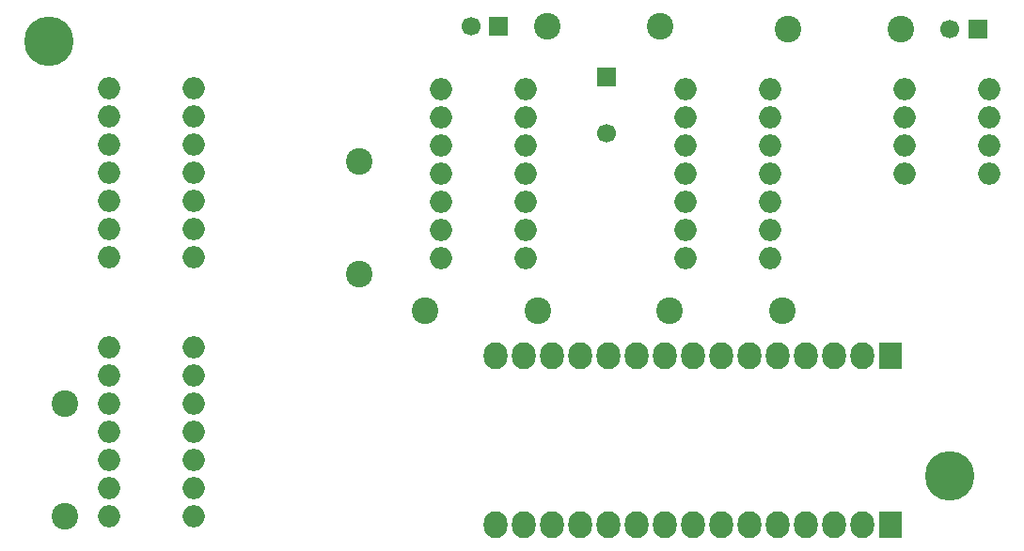
<source format=gbr>
G04 #@! TF.FileFunction,Soldermask,Bot*
%FSLAX46Y46*%
G04 Gerber Fmt 4.6, Leading zero omitted, Abs format (unit mm)*
G04 Created by KiCad (PCBNEW 4.0.1-stable) date Monday, December 05, 2016 'AMt' 03:41:51 AM*
%MOMM*%
G01*
G04 APERTURE LIST*
%ADD10C,0.100000*%
%ADD11R,1.700000X1.700000*%
%ADD12C,1.700000*%
%ADD13R,2.127200X2.432000*%
%ADD14O,2.127200X2.432000*%
%ADD15C,2.398980*%
%ADD16O,2.000000X2.000000*%
%ADD17C,4.464000*%
G04 APERTURE END LIST*
D10*
D11*
X96266000Y-81360000D03*
D12*
X96266000Y-86360000D03*
D11*
X86574000Y-76708000D03*
D12*
X84074000Y-76708000D03*
D11*
X129714000Y-77000000D03*
D12*
X127214000Y-77000000D03*
D13*
X121820000Y-121674000D03*
D14*
X119280000Y-121674000D03*
X116740000Y-121674000D03*
X114200000Y-121674000D03*
X111660000Y-121674000D03*
X109120000Y-121674000D03*
X106580000Y-121674000D03*
X104040000Y-121674000D03*
X101500000Y-121674000D03*
X98960000Y-121674000D03*
X96420000Y-121674000D03*
X93880000Y-121674000D03*
X91340000Y-121674000D03*
X88800000Y-121674000D03*
X86260000Y-121674000D03*
D13*
X121820000Y-106434000D03*
D14*
X119280000Y-106434000D03*
X116740000Y-106434000D03*
X114200000Y-106434000D03*
X111660000Y-106434000D03*
X109120000Y-106434000D03*
X106580000Y-106434000D03*
X104040000Y-106434000D03*
X101500000Y-106434000D03*
X98960000Y-106434000D03*
X96420000Y-106434000D03*
X93880000Y-106434000D03*
X91340000Y-106434000D03*
X88800000Y-106434000D03*
X86260000Y-106434000D03*
D15*
X47498000Y-110824000D03*
X47498000Y-120984000D03*
X74000000Y-99080000D03*
X74000000Y-88920000D03*
X112080000Y-102362000D03*
X101920000Y-102362000D03*
X90080000Y-102362000D03*
X79920000Y-102362000D03*
X101092000Y-76708000D03*
X90932000Y-76708000D03*
X122794000Y-77000000D03*
X112634000Y-77000000D03*
D16*
X51500000Y-105684000D03*
X51500000Y-108224000D03*
X51500000Y-110764000D03*
X51500000Y-113304000D03*
X51500000Y-115844000D03*
X51500000Y-118384000D03*
X51500000Y-120924000D03*
X59120000Y-120924000D03*
X59120000Y-118384000D03*
X59120000Y-115844000D03*
X59120000Y-113304000D03*
X59120000Y-110764000D03*
X59120000Y-108224000D03*
X59120000Y-105684000D03*
X51480000Y-82300000D03*
X51480000Y-84840000D03*
X51480000Y-87380000D03*
X51480000Y-89920000D03*
X51480000Y-92460000D03*
X51480000Y-95000000D03*
X51480000Y-97540000D03*
X59100000Y-97540000D03*
X59100000Y-95000000D03*
X59100000Y-92460000D03*
X59100000Y-89920000D03*
X59100000Y-87380000D03*
X59100000Y-84840000D03*
X59100000Y-82300000D03*
X81380000Y-82380000D03*
X81380000Y-84920000D03*
X81380000Y-87460000D03*
X81380000Y-90000000D03*
X81380000Y-92540000D03*
X81380000Y-95080000D03*
X81380000Y-97620000D03*
X89000000Y-97620000D03*
X89000000Y-95080000D03*
X89000000Y-92540000D03*
X89000000Y-90000000D03*
X89000000Y-87460000D03*
X89000000Y-84920000D03*
X89000000Y-82380000D03*
X103380000Y-82380000D03*
X103380000Y-84920000D03*
X103380000Y-87460000D03*
X103380000Y-90000000D03*
X103380000Y-92540000D03*
X103380000Y-95080000D03*
X103380000Y-97620000D03*
X111000000Y-97620000D03*
X111000000Y-95080000D03*
X111000000Y-92540000D03*
X111000000Y-90000000D03*
X111000000Y-87460000D03*
X111000000Y-84920000D03*
X111000000Y-82380000D03*
X123094000Y-82460000D03*
X123094000Y-85000000D03*
X123094000Y-87540000D03*
X123094000Y-90080000D03*
X130714000Y-90080000D03*
X130714000Y-87540000D03*
X130714000Y-85000000D03*
X130714000Y-82460000D03*
D17*
X46100000Y-78100000D03*
X127200000Y-117300000D03*
M02*

</source>
